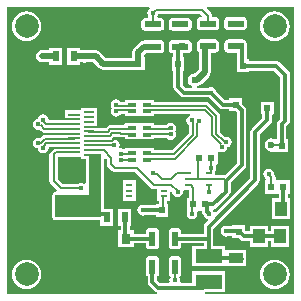
<source format=gbl>
G04*
G04 #@! TF.GenerationSoftware,Altium Limited,Altium Designer,19.1.1 (5)*
G04*
G04 Layer_Physical_Order=2*
G04 Layer_Color=16711680*
%FSLAX25Y25*%
%MOIN*%
G70*
G01*
G75*
%ADD15C,0.01181*%
%ADD16C,0.00787*%
%ADD17C,0.00591*%
%ADD18C,0.01968*%
%ADD19C,0.07874*%
%ADD20C,0.01575*%
%ADD21C,0.02362*%
%ADD22R,0.02205X0.02362*%
%ADD23R,0.02400X0.01000*%
%ADD24R,0.02756X0.01181*%
%ADD25R,0.02200X0.01000*%
%ADD26R,0.02362X0.03543*%
%ADD27R,0.03150X0.03543*%
G04:AMPARAMS|DCode=28|XSize=48.82mil|YSize=21.65mil|CornerRadius=1.52mil|HoleSize=0mil|Usage=FLASHONLY|Rotation=90.000|XOffset=0mil|YOffset=0mil|HoleType=Round|Shape=RoundedRectangle|*
%AMROUNDEDRECTD28*
21,1,0.04882,0.01862,0,0,90.0*
21,1,0.04579,0.02165,0,0,90.0*
1,1,0.00303,0.00931,0.02290*
1,1,0.00303,0.00931,-0.02290*
1,1,0.00303,-0.00931,-0.02290*
1,1,0.00303,-0.00931,0.02290*
%
%ADD28ROUNDEDRECTD28*%
%ADD29R,0.08740X0.04882*%
%ADD30R,0.05000X0.03394*%
%ADD31R,0.02362X0.02205*%
%ADD32R,0.04000X0.05000*%
G04:AMPARAMS|DCode=33|XSize=23.23mil|YSize=53.94mil|CornerRadius=1.74mil|HoleSize=0mil|Usage=FLASHONLY|Rotation=90.000|XOffset=0mil|YOffset=0mil|HoleType=Round|Shape=RoundedRectangle|*
%AMROUNDEDRECTD33*
21,1,0.02323,0.05046,0,0,90.0*
21,1,0.01975,0.05394,0,0,90.0*
1,1,0.00348,0.02523,0.00987*
1,1,0.00348,0.02523,-0.00987*
1,1,0.00348,-0.02523,-0.00987*
1,1,0.00348,-0.02523,0.00987*
%
%ADD33ROUNDEDRECTD33*%
%ADD34R,0.03937X0.00906*%
%ADD35R,0.03346X0.00906*%
%ADD36R,0.05433X0.07087*%
%ADD37R,0.07874X0.06693*%
G36*
X97004Y1421D02*
X67467D01*
X67281Y1921D01*
X67400Y2024D01*
X73909D01*
Y8906D01*
X63169D01*
Y5086D01*
X59363D01*
X59060Y5586D01*
X59164Y6110D01*
X59025Y6807D01*
X58772Y7187D01*
X59103Y7408D01*
X59357Y7789D01*
X59447Y8239D01*
Y12817D01*
X59357Y13267D01*
X59103Y13648D01*
X58722Y13902D01*
X58272Y13992D01*
X56411D01*
X55961Y13902D01*
X55580Y13648D01*
X55326Y13267D01*
X55237Y12817D01*
Y8239D01*
X55326Y7789D01*
X55580Y7408D01*
X55911Y7187D01*
X55658Y6807D01*
X55519Y6110D01*
X55623Y5586D01*
X55320Y5086D01*
X52470D01*
X51483Y6073D01*
Y7315D01*
X51623Y7408D01*
X51877Y7789D01*
X51967Y8239D01*
Y12817D01*
X51877Y13267D01*
X51623Y13648D01*
X51242Y13902D01*
X50792Y13992D01*
X48931D01*
X48481Y13902D01*
X48100Y13648D01*
X47846Y13267D01*
X47756Y12817D01*
Y8239D01*
X47846Y7789D01*
X48100Y7408D01*
X48240Y7315D01*
Y5401D01*
X48363Y4781D01*
X48715Y4255D01*
X50652Y2318D01*
X51178Y1966D01*
X51406Y1921D01*
X51356Y1421D01*
X1421D01*
Y97004D01*
X48840D01*
X48992Y96504D01*
X48611Y96249D01*
X48216Y95658D01*
X48077Y94961D01*
X48216Y94263D01*
X48402Y93984D01*
X48225Y93484D01*
X47379D01*
X46921Y93392D01*
X46532Y93133D01*
X46273Y92744D01*
X46182Y92286D01*
Y90312D01*
X46273Y89854D01*
X46532Y89465D01*
X46921Y89206D01*
X47379Y89115D01*
X52424D01*
X52882Y89206D01*
X53271Y89465D01*
X53530Y89854D01*
X53622Y90312D01*
Y92286D01*
X53530Y92744D01*
X53271Y93133D01*
X52882Y93392D01*
X52424Y93484D01*
X51573D01*
X51396Y93984D01*
X51583Y94263D01*
X51674Y94720D01*
X65732D01*
X66309Y94142D01*
X66117Y93680D01*
X65765D01*
X65306Y93589D01*
X64918Y93330D01*
X64658Y92941D01*
X64567Y92483D01*
Y90509D01*
X64658Y90051D01*
X64918Y89662D01*
X65306Y89403D01*
X65765Y89311D01*
X70810D01*
X71268Y89403D01*
X71657Y89662D01*
X71916Y90051D01*
X72007Y90509D01*
Y92483D01*
X71916Y92941D01*
X71657Y93330D01*
X71268Y93589D01*
X70810Y93680D01*
X69708D01*
Y94173D01*
X69600Y94717D01*
X69292Y95178D01*
X67928Y96542D01*
X68119Y97004D01*
X97004D01*
Y1421D01*
D02*
G37*
%LPC*%
G36*
X80062Y93680D02*
X75017D01*
X74559Y93589D01*
X74170Y93330D01*
X73910Y92941D01*
X73819Y92483D01*
Y90509D01*
X73910Y90051D01*
X74170Y89662D01*
X74559Y89403D01*
X75017Y89311D01*
X80062D01*
X80520Y89403D01*
X80909Y89662D01*
X81168Y90051D01*
X81259Y90509D01*
Y92483D01*
X81168Y92941D01*
X80909Y93330D01*
X80520Y93589D01*
X80062Y93680D01*
D02*
G37*
G36*
X61676Y93484D02*
X56631D01*
X56173Y93392D01*
X55784Y93133D01*
X55525Y92744D01*
X55434Y92286D01*
Y90312D01*
X55525Y89854D01*
X55784Y89465D01*
X56173Y89206D01*
X56631Y89115D01*
X61676D01*
X62134Y89206D01*
X62523Y89465D01*
X62782Y89854D01*
X62874Y90312D01*
Y92286D01*
X62782Y92744D01*
X62523Y93133D01*
X62134Y93392D01*
X61676Y93484D01*
D02*
G37*
G36*
X90551Y95531D02*
X89262Y95361D01*
X88061Y94864D01*
X87030Y94072D01*
X86239Y93041D01*
X85741Y91840D01*
X85572Y90551D01*
X85741Y89262D01*
X86239Y88061D01*
X87030Y87030D01*
X88061Y86239D01*
X89262Y85741D01*
X90551Y85572D01*
X91840Y85741D01*
X93041Y86239D01*
X94072Y87030D01*
X94864Y88061D01*
X95361Y89262D01*
X95531Y90551D01*
X95361Y91840D01*
X94864Y93041D01*
X94072Y94072D01*
X93041Y94864D01*
X91840Y95361D01*
X90551Y95531D01*
D02*
G37*
G36*
X7874D02*
X6585Y95361D01*
X5384Y94864D01*
X4353Y94072D01*
X3562Y93041D01*
X3064Y91840D01*
X2894Y90551D01*
X3064Y89262D01*
X3562Y88061D01*
X4353Y87030D01*
X5384Y86239D01*
X6585Y85741D01*
X7874Y85572D01*
X9163Y85741D01*
X10364Y86239D01*
X11395Y87030D01*
X12186Y88061D01*
X12684Y89262D01*
X12854Y90551D01*
X12684Y91840D01*
X12186Y93041D01*
X11395Y94072D01*
X10364Y94864D01*
X9163Y95361D01*
X7874Y95531D01*
D02*
G37*
G36*
X52424Y86004D02*
X47379D01*
X46921Y85912D01*
X46721Y85779D01*
X46264Y85688D01*
X45608Y85250D01*
X43664Y83306D01*
X43225Y82650D01*
X43071Y81875D01*
Y80291D01*
X42992D01*
Y80133D01*
X34346D01*
X32431Y82049D01*
X31774Y82487D01*
X31000Y82641D01*
X30852Y82612D01*
X28217D01*
X28170Y82643D01*
X27319Y82812D01*
X26468Y82643D01*
X26421Y82612D01*
X25819D01*
Y83331D01*
X21457D01*
Y77787D01*
X25819D01*
Y78566D01*
X26421D01*
X26468Y78534D01*
X27319Y78365D01*
X28170Y78534D01*
X28217Y78566D01*
X30191D01*
X32077Y76680D01*
X32734Y76241D01*
X33508Y76087D01*
X42992D01*
Y75929D01*
X47197D01*
Y80291D01*
X47118D01*
Y81037D01*
X47715Y81635D01*
X52424D01*
X52882Y81726D01*
X53271Y81985D01*
X53530Y82374D01*
X53622Y82832D01*
Y84806D01*
X53530Y85264D01*
X53271Y85653D01*
X52882Y85912D01*
X52424Y86004D01*
D02*
G37*
G36*
X19819Y83331D02*
X15457D01*
Y82700D01*
X13000D01*
X12226Y82546D01*
X11569Y82108D01*
X11131Y81451D01*
X10977Y80677D01*
X11131Y79903D01*
X11569Y79247D01*
X12226Y78808D01*
X13000Y78654D01*
X15457D01*
Y77787D01*
X19819D01*
Y83331D01*
D02*
G37*
G36*
X70810Y86200D02*
X65765D01*
X65306Y86109D01*
X64918Y85850D01*
X64658Y85461D01*
X64567Y85003D01*
Y83029D01*
X64658Y82570D01*
X64918Y82182D01*
X65306Y81923D01*
X65394Y81905D01*
Y79661D01*
X65197D01*
Y76030D01*
X64065Y74898D01*
X63874Y74936D01*
X63023Y74767D01*
X62301Y74285D01*
X61819Y73564D01*
X61650Y72713D01*
X61819Y71862D01*
X62301Y71140D01*
X63023Y70658D01*
X63108Y70641D01*
X63059Y70141D01*
X60970D01*
X60031Y71080D01*
Y75850D01*
X60512D01*
Y80213D01*
X60031D01*
Y81635D01*
X61676D01*
X62134Y81726D01*
X62523Y81985D01*
X62782Y82374D01*
X62874Y82832D01*
Y84806D01*
X62782Y85264D01*
X62523Y85653D01*
X62134Y85912D01*
X61676Y86004D01*
X60953D01*
X60457Y86102D01*
X59154D01*
X58657Y86004D01*
X56631D01*
X56173Y85912D01*
X55784Y85653D01*
X55525Y85264D01*
X55434Y84806D01*
Y82832D01*
X55525Y82374D01*
X55784Y81985D01*
X56173Y81726D01*
X56631Y81635D01*
X56788D01*
Y80213D01*
X56307D01*
Y75850D01*
X56788D01*
Y70409D01*
X56911Y69788D01*
X57263Y69262D01*
X59152Y67373D01*
X59678Y67021D01*
X60299Y66898D01*
X68666D01*
X68759Y66836D01*
X68868Y66814D01*
X72309Y63373D01*
X72835Y63021D01*
X73456Y62898D01*
X75421D01*
Y62417D01*
X77411D01*
X77926Y61903D01*
Y45038D01*
X73922Y41035D01*
X73743Y41070D01*
X70739D01*
Y41587D01*
X70766Y41724D01*
Y42361D01*
X71029Y42754D01*
X71168Y43451D01*
X71043Y44079D01*
X71114Y44265D01*
X71343Y44579D01*
X71602D01*
Y48588D01*
X71602Y48647D01*
X71647Y48671D01*
X72102Y48914D01*
X72272Y48801D01*
X72969Y48662D01*
X73666Y48801D01*
X74257Y49196D01*
X74653Y49787D01*
X74743Y50242D01*
X75197Y50332D01*
X75789Y50727D01*
X76184Y51318D01*
X76322Y52016D01*
X76184Y52713D01*
X75789Y53304D01*
X75197Y53699D01*
X74500Y53838D01*
X74073Y53753D01*
X72438Y55389D01*
Y60824D01*
X72337Y61329D01*
X72051Y61757D01*
X68768Y65040D01*
X68340Y65326D01*
X67834Y65427D01*
X50796D01*
X50796Y65427D01*
X50339D01*
Y66091D01*
X45917D01*
X45583Y66091D01*
X45083Y66091D01*
X40661D01*
Y65427D01*
X39281D01*
X39040Y65788D01*
X38448Y66184D01*
X37751Y66322D01*
X37053Y66184D01*
X36462Y65788D01*
X36067Y65197D01*
X35928Y64500D01*
X36067Y63802D01*
X36325Y63417D01*
X36067Y63032D01*
X35928Y62334D01*
X36067Y61637D01*
X36462Y61046D01*
X37053Y60651D01*
X37751Y60512D01*
X38448Y60651D01*
X39040Y61046D01*
X39281Y61408D01*
X40661D01*
Y60744D01*
X45083D01*
X45417Y60744D01*
X45917Y60744D01*
X50339D01*
Y61408D01*
X62229D01*
X62279Y60908D01*
X62263Y60904D01*
X61672Y60509D01*
X61277Y59918D01*
X61138Y59221D01*
X61277Y58523D01*
X61672Y57932D01*
X62132Y57625D01*
Y54987D01*
X56370Y49226D01*
X50796D01*
X50796Y49226D01*
X50339D01*
Y49890D01*
X45917D01*
X45583Y49890D01*
X45083Y49890D01*
X40661D01*
Y49890D01*
X40307Y49701D01*
X40126Y49821D01*
X39429Y49960D01*
X39191Y49913D01*
X39053Y50025D01*
X38825Y50350D01*
X38940Y50926D01*
X38801Y51623D01*
X38406Y52215D01*
X37815Y52610D01*
X37117Y52748D01*
X36585Y52642D01*
X36381Y52693D01*
X36256Y52958D01*
X36396Y53160D01*
X36468Y53208D01*
X36918Y53658D01*
X38961D01*
X38996Y53634D01*
X39502Y53534D01*
X40661D01*
Y52870D01*
X45083D01*
X45417Y52870D01*
X45917Y52870D01*
X50339D01*
Y53335D01*
X54027D01*
X54405Y53410D01*
X54476D01*
X54585Y53247D01*
X55177Y52852D01*
X55874Y52713D01*
X56571Y52852D01*
X57163Y53247D01*
X57558Y53838D01*
X57696Y54536D01*
X57558Y55233D01*
X57300Y55618D01*
X57558Y56003D01*
X57696Y56701D01*
X57558Y57398D01*
X57163Y57990D01*
X56571Y58385D01*
X55874Y58523D01*
X55177Y58385D01*
X54585Y57990D01*
X54476Y57827D01*
X53450D01*
X53073Y57752D01*
X50339D01*
Y58217D01*
X45917D01*
X45583Y58217D01*
X45083Y58217D01*
X40661D01*
Y58006D01*
X40652Y57987D01*
X40161Y57635D01*
X39948Y57677D01*
X35800D01*
X35295Y57576D01*
X34866Y57290D01*
X34417Y56840D01*
X31752D01*
X31752Y56840D01*
X31357D01*
X31295Y57315D01*
X31295Y57315D01*
X31295Y57315D01*
Y58890D01*
Y63371D01*
X25949D01*
Y62583D01*
X20831D01*
Y59677D01*
X20831Y59677D01*
X20767Y59203D01*
X20246D01*
X20246Y59203D01*
X15363D01*
X15201Y59401D01*
X15062Y60099D01*
X14667Y60690D01*
X14076Y61085D01*
X13378Y61224D01*
X12681Y61085D01*
X12090Y60690D01*
X11694Y60099D01*
X11604Y59644D01*
X11150Y59554D01*
X10559Y59159D01*
X10163Y58568D01*
X10025Y57870D01*
X10163Y57173D01*
X10559Y56581D01*
X11150Y56186D01*
X11847Y56048D01*
X12274Y56133D01*
X12836Y55570D01*
X13264Y55284D01*
X13770Y55184D01*
X20409D01*
X20620Y54831D01*
X20409Y54478D01*
X20246D01*
X20246Y54478D01*
X13923D01*
X13418Y54377D01*
X12989Y54091D01*
X12274Y53375D01*
X11847Y53460D01*
X11150Y53321D01*
X10559Y52926D01*
X10163Y52335D01*
X10025Y51638D01*
X10163Y50940D01*
X10559Y50349D01*
X11150Y49954D01*
X11604Y49864D01*
X11694Y49409D01*
X12090Y48818D01*
X12681Y48423D01*
X13378Y48284D01*
X14076Y48423D01*
X14667Y48818D01*
X15062Y49409D01*
X15201Y50107D01*
X15489Y50459D01*
X20293D01*
X20295Y50453D01*
X19930Y49953D01*
X17592D01*
X17048Y49845D01*
X16587Y49536D01*
X15918Y48867D01*
X15610Y48406D01*
X15502Y47863D01*
Y38943D01*
X15610Y38399D01*
X15918Y37938D01*
X17943Y35913D01*
X17736Y35413D01*
X17500D01*
X17110Y35336D01*
X16779Y35115D01*
X16558Y34784D01*
X16480Y34394D01*
Y26937D01*
X16558Y26547D01*
X16779Y26216D01*
X17110Y25995D01*
X17500Y25917D01*
X32419D01*
Y24165D01*
X36781D01*
Y29709D01*
X34166D01*
X34010Y29740D01*
X33855D01*
Y46415D01*
X34317Y46607D01*
X34681Y46242D01*
Y44734D01*
X34789Y44190D01*
X35098Y43729D01*
X36418Y42409D01*
X36879Y42101D01*
X37422Y41993D01*
X44065D01*
X49232Y36826D01*
X49693Y36518D01*
X50236Y36410D01*
X51502D01*
Y32394D01*
X51880D01*
Y31480D01*
X50898D01*
Y30921D01*
X47373D01*
X47280Y30983D01*
X46583Y31122D01*
X45886Y30983D01*
X45294Y30588D01*
X44899Y29997D01*
X44761Y29299D01*
X44899Y28602D01*
X45294Y28011D01*
X45886Y27615D01*
X46583Y27477D01*
X47280Y27615D01*
X47373Y27678D01*
X50898D01*
Y27118D01*
X55102D01*
Y31480D01*
X54722D01*
Y32394D01*
X55702D01*
Y35213D01*
X55729Y35251D01*
X56202Y35487D01*
X56408Y35351D01*
X56513Y34822D01*
X56908Y34231D01*
X57499Y33836D01*
X58197Y33697D01*
X58894Y33836D01*
X59486Y34231D01*
X59881Y34822D01*
X60019Y35520D01*
X59965Y35794D01*
X60282Y36181D01*
X62029D01*
X62079Y36131D01*
Y33480D01*
X61398D01*
Y29118D01*
X61398Y29118D01*
X61322Y28649D01*
X61217Y28118D01*
X61355Y27421D01*
X61750Y26829D01*
X62342Y26434D01*
X63039Y26296D01*
X63736Y26434D01*
X64328Y26829D01*
X64723Y27421D01*
X64861Y28118D01*
X64762Y28618D01*
X65035Y29052D01*
X65122Y29118D01*
X66390D01*
Y28843D01*
X66514Y28222D01*
X66865Y27696D01*
X66898Y27663D01*
X66946Y27421D01*
X67341Y26829D01*
X67932Y26434D01*
X68201Y26381D01*
X68365Y25839D01*
X67392Y24866D01*
X67041Y24339D01*
X66917Y23719D01*
Y21480D01*
X59447D01*
Y22147D01*
X59357Y22597D01*
X59103Y22978D01*
X58722Y23232D01*
X58272Y23322D01*
X56411D01*
X55961Y23232D01*
X55580Y22978D01*
X55326Y22597D01*
X55237Y22147D01*
Y17569D01*
X55326Y17119D01*
X55580Y16738D01*
X55961Y16484D01*
X56411Y16394D01*
X58272D01*
X58722Y16484D01*
X59103Y16738D01*
X59357Y17119D01*
X59447Y17569D01*
Y18236D01*
X66917D01*
Y17488D01*
X63169D01*
Y10606D01*
X73909D01*
Y10606D01*
X74181Y10799D01*
X81181D01*
Y16193D01*
X74181D01*
X73909Y16580D01*
Y17488D01*
X70161D01*
Y19949D01*
Y23047D01*
X85170Y38057D01*
X85522Y38583D01*
X85645Y39203D01*
Y54533D01*
X89272Y58160D01*
X89623Y58686D01*
X89747Y59306D01*
Y60572D01*
X89809Y60664D01*
X89938Y61315D01*
X90306D01*
Y65519D01*
X85944D01*
Y61315D01*
X86312D01*
X86441Y60664D01*
X86503Y60572D01*
Y59978D01*
X82877Y56352D01*
X82525Y55826D01*
X82402Y55205D01*
Y39875D01*
X70910Y28383D01*
X70367Y28547D01*
X70314Y28815D01*
X70072Y29177D01*
X70073Y29265D01*
X70284Y29718D01*
X70699Y29801D01*
X71226Y30152D01*
X75434Y34361D01*
X75785Y34887D01*
X75909Y35507D01*
Y38434D01*
X80694Y43220D01*
X81046Y43746D01*
X81169Y44366D01*
Y62574D01*
X81046Y63195D01*
X80694Y63721D01*
X79783Y64632D01*
Y66622D01*
X75421D01*
Y66141D01*
X74128D01*
X71162Y69107D01*
X71140Y69217D01*
X70745Y69808D01*
X70153Y70203D01*
X69456Y70342D01*
X68759Y70203D01*
X68666Y70141D01*
X64689D01*
X64640Y70641D01*
X64725Y70658D01*
X64914Y70784D01*
X65590Y70919D01*
X66246Y71357D01*
X68730Y73841D01*
X69168Y74497D01*
X69322Y75272D01*
Y75299D01*
X69402D01*
Y77403D01*
X69440Y77598D01*
Y81831D01*
X70810D01*
X71268Y81923D01*
X71657Y82182D01*
X71916Y82570D01*
X72007Y83029D01*
Y85003D01*
X71916Y85461D01*
X71657Y85850D01*
X71268Y86109D01*
X70810Y86200D01*
D02*
G37*
G36*
X80062D02*
X75017D01*
X74559Y86109D01*
X74170Y85850D01*
X73910Y85461D01*
X73819Y85003D01*
Y83029D01*
X73910Y82570D01*
X74170Y82182D01*
X74559Y81923D01*
X75017Y81831D01*
X78024D01*
Y79661D01*
X77976D01*
Y75299D01*
X82181D01*
Y75859D01*
X90360D01*
X92457Y73761D01*
Y59833D01*
X91751Y59127D01*
X91399Y58601D01*
X91276Y57981D01*
Y52863D01*
X90758D01*
X90347Y53137D01*
X89496Y53307D01*
X88645Y53137D01*
X87923Y52655D01*
X87441Y51934D01*
X87272Y51083D01*
X87441Y50232D01*
X87923Y49510D01*
X88645Y49028D01*
X89496Y48859D01*
X90216Y49002D01*
X90716Y48720D01*
Y48658D01*
X95079D01*
Y52863D01*
X94519D01*
Y57309D01*
X95226Y58015D01*
X95577Y58541D01*
X95701Y59162D01*
Y74433D01*
X95577Y75054D01*
X95226Y75580D01*
X92178Y78627D01*
X91652Y78979D01*
X91031Y79102D01*
X82181D01*
Y79661D01*
X81268D01*
Y83445D01*
X81259Y83486D01*
Y85003D01*
X81168Y85461D01*
X80909Y85850D01*
X80520Y86109D01*
X80062Y86200D01*
D02*
G37*
G36*
X44294Y39331D02*
X40094D01*
Y36331D01*
Y32394D01*
X44294D01*
Y36331D01*
Y39331D01*
D02*
G37*
G36*
X88570Y43169D02*
X87873Y43031D01*
X87282Y42635D01*
X86887Y42044D01*
X86748Y41347D01*
X86887Y40649D01*
X87282Y40058D01*
X87787Y39720D01*
X87741Y39318D01*
X87704Y39220D01*
X87393D01*
Y34858D01*
X91874D01*
Y33255D01*
X89550D01*
Y26255D01*
X95550D01*
Y33255D01*
X95117D01*
Y34858D01*
X95598D01*
Y39220D01*
X90917D01*
Y40208D01*
X90809Y40752D01*
X90500Y41213D01*
X90388Y41325D01*
X90393Y41347D01*
X90254Y42044D01*
X89859Y42635D01*
X89268Y43031D01*
X88570Y43169D01*
D02*
G37*
G36*
X80843Y24284D02*
X76480D01*
Y23885D01*
X75316D01*
X75111Y24022D01*
X74413Y24161D01*
X73716Y24022D01*
X73125Y23627D01*
X72730Y23036D01*
X72591Y22338D01*
X72730Y21641D01*
X73125Y21050D01*
X73716Y20655D01*
X74413Y20516D01*
X75044Y20641D01*
X76480D01*
Y20079D01*
X78573D01*
X79199Y19452D01*
X79726Y19100D01*
X80346Y18977D01*
X82237D01*
Y17099D01*
X88238D01*
Y18977D01*
X89519D01*
Y17130D01*
X95519D01*
Y24130D01*
X89519D01*
Y22220D01*
X88238D01*
Y24099D01*
X82237D01*
Y22220D01*
X81018D01*
X80843Y22396D01*
Y24284D01*
D02*
G37*
G36*
X42781Y29709D02*
X38419D01*
Y24165D01*
X39202D01*
Y22630D01*
X38471D01*
Y17086D01*
X43621D01*
Y18236D01*
X47756D01*
Y17569D01*
X47846Y17119D01*
X48100Y16738D01*
X48481Y16484D01*
X48931Y16394D01*
X50792D01*
X51242Y16484D01*
X51623Y16738D01*
X51877Y17119D01*
X51967Y17569D01*
Y22147D01*
X51877Y22597D01*
X51623Y22978D01*
X51242Y23232D01*
X50792Y23322D01*
X48931D01*
X48481Y23232D01*
X48100Y22978D01*
X47846Y22597D01*
X47756Y22147D01*
Y21480D01*
X43621D01*
Y22630D01*
X42445D01*
Y24165D01*
X42781D01*
Y29709D01*
D02*
G37*
G36*
X90551Y12854D02*
X89262Y12684D01*
X88061Y12186D01*
X87030Y11395D01*
X86239Y10364D01*
X85741Y9163D01*
X85572Y7874D01*
X85741Y6585D01*
X86239Y5384D01*
X87030Y4353D01*
X88061Y3562D01*
X89262Y3064D01*
X90551Y2894D01*
X91840Y3064D01*
X93041Y3562D01*
X94072Y4353D01*
X94864Y5384D01*
X95361Y6585D01*
X95531Y7874D01*
X95361Y9163D01*
X94864Y10364D01*
X94072Y11395D01*
X93041Y12186D01*
X91840Y12684D01*
X90551Y12854D01*
D02*
G37*
G36*
X7874D02*
X6585Y12684D01*
X5384Y12186D01*
X4353Y11395D01*
X3562Y10364D01*
X3064Y9163D01*
X2894Y7874D01*
X3064Y6585D01*
X3562Y5384D01*
X4353Y4353D01*
X5384Y3562D01*
X6585Y3064D01*
X7874Y2894D01*
X9163Y3064D01*
X10364Y3562D01*
X11395Y4353D01*
X12186Y5384D01*
X12684Y6585D01*
X12854Y7874D01*
X12684Y9163D01*
X12186Y10364D01*
X11395Y11395D01*
X10364Y12186D01*
X9163Y12684D01*
X7874Y12854D01*
D02*
G37*
%LPD*%
G36*
X20831Y47079D02*
X25949D01*
Y46291D01*
X27602D01*
Y38415D01*
X27102Y38148D01*
X26808Y38345D01*
X26110Y38484D01*
X25413Y38345D01*
X25020Y38082D01*
X19793D01*
X18344Y39532D01*
Y47111D01*
X20831D01*
Y47079D01*
D02*
G37*
G36*
X32835Y26937D02*
X17500D01*
Y34394D01*
X28622D01*
Y47866D01*
X31295D01*
Y47898D01*
X32835D01*
Y26937D01*
D02*
G37*
D15*
X78661Y22284D02*
X80346Y20599D01*
X59154Y84481D02*
X60457D01*
X57342Y19858D02*
X68448D01*
X68539Y19949D01*
X77618Y13068D02*
X79548D01*
X92898Y50760D02*
Y57981D01*
X91031Y77480D02*
X94079Y74433D01*
X92898Y57981D02*
X94079Y59162D01*
Y74433D01*
X80079Y77480D02*
X91031D01*
X78193Y63929D02*
X79548Y62574D01*
Y44366D02*
Y62574D01*
X74287Y39106D02*
X79548Y44366D01*
X68539Y14047D02*
X69090Y13496D01*
X77681D01*
X77539Y84016D02*
X79075D01*
X79646Y83445D01*
Y77913D02*
Y83445D01*
Y77913D02*
X80079Y77480D01*
X60299Y68520D02*
X69456D01*
X58410Y70409D02*
X60299Y68520D01*
X58410Y70409D02*
Y78031D01*
Y83248D01*
X58980Y83819D01*
X59154D01*
X46583Y29299D02*
X53000D01*
X27669Y28709D02*
X27989D01*
X28579Y28118D01*
X34010D01*
X34600Y27528D01*
Y26937D02*
Y27528D01*
X68539Y19949D02*
Y23719D01*
Y14047D02*
Y19949D01*
X66539Y3465D02*
X68539Y5465D01*
X51798Y3465D02*
X66539D01*
X49862Y5401D02*
X51798Y3465D01*
X49862Y5401D02*
Y10528D01*
X49370Y19858D02*
X49862Y19366D01*
X40823Y19725D02*
Y26714D01*
X49862Y19232D02*
Y19366D01*
X41046Y19858D02*
X49370D01*
X40381Y19283D02*
X40823Y19725D01*
Y19416D02*
Y19725D01*
Y19416D02*
X40956Y19283D01*
X40600Y26937D02*
X40823Y26714D01*
X67500Y31299D02*
X70079D01*
X80346Y20599D02*
X85237D01*
X74287Y35507D02*
Y39106D01*
X70079Y31299D02*
X74287Y35507D01*
X93496Y30701D02*
Y37039D01*
X92550Y29755D02*
X93496Y30701D01*
X85237Y20599D02*
X92488D01*
X84024Y39203D02*
Y55205D01*
X68539Y23719D02*
X84024Y39203D01*
X92394Y29911D02*
X92550Y29755D01*
X92488Y20599D02*
X92519Y20630D01*
X74413Y22338D02*
X74489Y22263D01*
X78579D01*
X78661Y22181D01*
X68630Y28118D02*
Y28225D01*
X68012Y28843D02*
X68630Y28225D01*
X68012Y28843D02*
Y30787D01*
X67500Y31299D02*
X68012Y30787D01*
X88125Y61362D02*
Y63417D01*
Y59306D02*
Y61362D01*
X84024Y55205D02*
X88125Y59306D01*
X27669Y28709D02*
X27895Y28935D01*
X78193Y63929D02*
Y64008D01*
X77681Y64520D02*
X78193Y64008D01*
X77602Y64520D02*
X77681D01*
X69456Y68520D02*
X73456Y64520D01*
X77602D01*
X60457Y84481D02*
X61028Y83910D01*
D16*
X36102Y44734D02*
Y46830D01*
X33614Y49319D02*
X36102Y46830D01*
X28622Y49319D02*
X33614D01*
X28622Y50894D02*
X37085D01*
X37117Y50926D01*
X89496Y51083D02*
X89657Y50921D01*
X92736D01*
X92898Y50760D01*
X68287Y91496D02*
Y94173D01*
X66320Y96141D02*
X68287Y94173D01*
X50866Y96141D02*
X66320D01*
X49899Y95174D02*
X50866Y96141D01*
X49899Y94961D02*
Y95174D01*
X49902Y91961D02*
X50563Y91299D01*
X49899Y91301D02*
X49902Y91299D01*
X49899Y91301D02*
Y94961D01*
X49902Y91299D02*
X50563D01*
X88570Y41134D02*
Y41347D01*
Y41134D02*
X89496Y40208D01*
Y37039D02*
Y40208D01*
X37751Y62334D02*
X38046Y62630D01*
X28622Y54044D02*
X28622Y54043D01*
X55723Y54686D02*
X55874Y54536D01*
X55167Y54686D02*
X55723D01*
X55022Y54831D02*
X55167Y54686D01*
X54102Y54831D02*
X55022D01*
X54027Y54756D02*
X54102Y54831D01*
X49406Y54756D02*
X54027D01*
X55723Y56550D02*
X55874Y56701D01*
X55167Y56550D02*
X55723D01*
X55022Y56406D02*
X55167Y56550D01*
X53450Y56406D02*
X55022D01*
X53375Y56331D02*
X53450Y56406D01*
X49406Y56331D02*
X53375D01*
X49308Y54657D02*
X49406Y54756D01*
X48158Y54657D02*
X49308D01*
X47961Y54460D02*
X48158Y54657D01*
X49308Y56429D02*
X49406Y56331D01*
X48158Y56429D02*
X49308D01*
X47961Y56626D02*
X48158Y56429D01*
X41939Y47987D02*
X42252Y48299D01*
X43039D01*
X39580Y47987D02*
X41939D01*
X39429Y48138D02*
X39580Y47987D01*
X40146Y46133D02*
X43039D01*
X53602Y39799D02*
X56178D01*
X53002D02*
X53602D01*
X19205Y36661D02*
X26110D01*
X16923Y38943D02*
X19205Y36661D01*
X16923Y38943D02*
Y47863D01*
X17592Y48532D01*
X49899Y41543D02*
X50050Y41393D01*
X51408D01*
X53002Y39799D01*
X17592Y48532D02*
X23799D01*
X57342Y6110D02*
Y10528D01*
X62539Y37681D02*
X63500Y36720D01*
Y31299D02*
Y36720D01*
X63039Y28118D02*
X63190Y28269D01*
Y30989D01*
X63500Y31299D01*
X69345Y43451D02*
Y46606D01*
Y41724D02*
Y43451D01*
X53000Y29299D02*
X53301Y29600D01*
Y33787D01*
X53407Y33894D01*
X53602D01*
X50236Y37831D02*
X53602D01*
X44653Y43414D02*
X50236Y37831D01*
X37422Y43414D02*
X44653D01*
X36102Y44734D02*
X37422Y43414D01*
X68539Y35374D02*
X68630Y35283D01*
X68539Y35374D02*
Y37681D01*
X58197Y35520D02*
Y35736D01*
X56103Y37831D02*
X58197Y35736D01*
X53602Y37831D02*
X56103D01*
X61839Y37681D02*
X62539D01*
X58102Y41724D02*
X61733D01*
X61839Y41618D01*
X56178Y39799D02*
X58102Y41724D01*
X69345Y46606D02*
X69500Y46760D01*
X69239Y41618D02*
X69345Y41724D01*
X68539Y41618D02*
X69239D01*
X65189Y39649D02*
X68539D01*
X61839D02*
X65189D01*
Y46449D01*
X65500Y46760D01*
X73743Y39649D02*
X74287Y39106D01*
X68539Y39649D02*
X73743D01*
D17*
X31675Y57193D02*
X33772Y59289D01*
X28622Y57193D02*
X31675D01*
X40751Y51638D02*
X56741D01*
X38926Y53463D02*
X40751Y51638D01*
X37434Y53463D02*
X38926D01*
X36439Y52469D02*
X37434Y53463D01*
X28622Y52469D02*
X36439D01*
X10413Y43414D02*
X17107Y50107D01*
X23799D01*
X9823Y43414D02*
X10413D01*
X9055Y54831D02*
X23799D01*
X17325Y61583D02*
Y64569D01*
X17488Y64733D01*
X17325Y61583D02*
X19353Y59555D01*
X23799D01*
X42744Y64205D02*
X43039Y64500D01*
X42744Y62629D02*
X43039Y62334D01*
X23700Y56504D02*
X23799Y56406D01*
X20817Y56504D02*
X23700D01*
X20817Y56504D02*
X20817Y56504D01*
X13770Y56504D02*
X20817D01*
X12592Y57682D02*
X13770Y56504D01*
X23700Y57882D02*
X23799Y57981D01*
X20246Y57882D02*
X23700D01*
X20246Y57882D02*
X20246Y57882D01*
X14341Y57882D02*
X20246D01*
X13567Y58656D02*
X14341Y57882D01*
X41709Y62629D02*
X42744D01*
X41610Y62728D02*
X41709Y62629D01*
X38411Y62728D02*
X41610D01*
X38017Y62334D02*
X38411Y62728D01*
X37751Y62334D02*
X38017D01*
X41709Y64205D02*
X42744D01*
X41610Y64106D02*
X41709Y64205D01*
X38411Y64106D02*
X41610D01*
X38017Y64500D02*
X38411Y64106D01*
X37751Y64500D02*
X38017D01*
X42744Y54755D02*
X43039Y54460D01*
X28622Y54044D02*
X28720Y54142D01*
X41709Y54755D02*
X42744D01*
X41610Y54854D02*
X41709Y54755D01*
X39502Y54854D02*
X41610D01*
X39377Y54978D02*
X39502Y54854D01*
X36371Y54978D02*
X39377D01*
X42744Y56331D02*
X42842Y56429D01*
X41709Y56331D02*
X42744D01*
X41610Y56232D02*
X41709Y56331D01*
X40072Y56232D02*
X41610D01*
X39948Y56356D02*
X40072Y56232D01*
X35800Y56356D02*
X39948D01*
X34964Y55520D02*
X35800Y56356D01*
X35535Y54142D02*
X36371Y54978D01*
X31181Y54142D02*
X35535D01*
X31752Y55520D02*
X34964D01*
X31181Y54142D02*
X31181Y54142D01*
X28720Y54142D02*
X31181D01*
X31752Y55520D02*
X31752Y55520D01*
X28720Y55520D02*
X31752D01*
X28622Y55618D02*
X28720Y55520D01*
X71117Y54842D02*
Y60824D01*
Y54842D02*
X73755Y52204D01*
X49291Y64205D02*
X49390Y64106D01*
X50796D01*
X47961Y64500D02*
X48256Y64205D01*
X49291D01*
X50796Y64106D02*
X67834D01*
X71117Y60824D01*
X50796Y64106D02*
X50796Y64106D01*
X69739Y54271D02*
X72781Y51230D01*
X50225Y62728D02*
X50225Y62728D01*
X49390Y62728D02*
X50225D01*
X50225Y62728D02*
X67264D01*
X49291Y62629D02*
X49390Y62728D01*
X48256Y62629D02*
X49291D01*
X67264Y62728D02*
X69739Y60253D01*
Y54271D02*
Y60253D01*
X47961Y62334D02*
X48256Y62629D01*
X23700Y53157D02*
X23799Y53256D01*
X23700Y51779D02*
X23799Y51681D01*
X14494Y51779D02*
X20817D01*
X13567Y50852D02*
X14494Y51779D01*
X13567Y50295D02*
Y50852D01*
X13378Y50107D02*
X13567Y50295D01*
X12592Y51826D02*
X13923Y53157D01*
X12035Y51826D02*
X12592D01*
X11847Y51638D02*
X12035Y51826D01*
X13923Y53157D02*
X20246D01*
X20817Y51779D02*
X23700D01*
X20817Y51779D02*
X20817Y51779D01*
X20246Y53157D02*
X23700D01*
X20246Y53157D02*
X20246Y53157D01*
X64830Y53869D02*
Y58265D01*
X57488Y46527D02*
X64830Y53869D01*
X63452Y54440D02*
Y58463D01*
X56917Y47905D02*
X63452Y54440D01*
X50796Y47905D02*
X56917D01*
X50225Y46527D02*
X57488D01*
X65322Y58757D02*
Y59023D01*
X64830Y58265D02*
X65322Y58757D01*
X62961Y58954D02*
X63452Y58463D01*
X62961Y58954D02*
Y59221D01*
X50225Y46527D02*
X50225Y46527D01*
X49390Y46527D02*
X50225D01*
X49291Y46428D02*
X49390Y46527D01*
X48256Y46428D02*
X49291D01*
X47961Y46133D02*
X48256Y46428D01*
X50796Y47905D02*
X50796Y47905D01*
X49390Y47905D02*
X50796D01*
X49291Y48004D02*
X49390Y47905D01*
X48256Y48004D02*
X49291D01*
X47961Y48299D02*
X48256Y48004D01*
D18*
X67595Y84016D02*
X68287D01*
X67417Y83839D02*
X67595Y84016D01*
X67417Y77598D02*
Y83839D01*
X67299Y77480D02*
X67417Y77598D01*
X47038Y83819D02*
X49902D01*
X45094Y81875D02*
X47038Y83819D01*
X45094Y78110D02*
Y81875D01*
X31000Y80618D02*
X33508Y78110D01*
X45094D01*
X13000Y80677D02*
X17520D01*
X17638Y80559D01*
X64815Y72788D02*
X67299Y75272D01*
X63949Y72788D02*
X64815D01*
X67299Y75272D02*
Y77480D01*
X27319Y80589D02*
X30970D01*
X23667D02*
X27319D01*
X63874Y72713D02*
X63949Y72788D01*
X30970Y80589D02*
X31000Y80618D01*
X23638Y80559D02*
X23667Y80589D01*
D19*
X90551Y7874D02*
D03*
Y90551D02*
D03*
X7874Y7874D02*
D03*
Y90551D02*
D03*
D20*
X45500Y24099D02*
D03*
X24045Y70689D02*
D03*
X17488D02*
D03*
X10025D02*
D03*
X44257Y69102D02*
D03*
X49575D02*
D03*
X80652Y74285D02*
D03*
X75111D02*
D03*
X63023Y23412D02*
D03*
X78784Y38943D02*
D03*
X80346Y30118D02*
D03*
X82877Y8906D02*
D03*
Y4319D02*
D03*
X6535Y18294D02*
D03*
Y23412D02*
D03*
Y28568D02*
D03*
X33795Y11396D02*
D03*
X38913D02*
D03*
X44069D02*
D03*
X17917Y10758D02*
D03*
X23035D02*
D03*
X28191D02*
D03*
X33983Y5984D02*
D03*
X39101D02*
D03*
X44257D02*
D03*
X17943D02*
D03*
X23061D02*
D03*
X28217D02*
D03*
X17943Y88917D02*
D03*
X23061D02*
D03*
X28217D02*
D03*
Y92657D02*
D03*
X23061D02*
D03*
X17943D02*
D03*
X74500Y52016D02*
D03*
X75017Y45972D02*
D03*
X96025Y54123D02*
D03*
X33772Y59289D02*
D03*
X56741Y51638D02*
D03*
X37117Y50926D02*
D03*
X9055Y54831D02*
D03*
X49899Y94961D02*
D03*
X46583Y29299D02*
D03*
X88570Y41347D02*
D03*
X11847Y57870D02*
D03*
X13378Y59401D02*
D03*
X55874Y56701D02*
D03*
Y54536D02*
D03*
X72969Y50485D02*
D03*
X39429Y48138D02*
D03*
Y45972D02*
D03*
X11847Y51638D02*
D03*
X13378Y50107D02*
D03*
X37751Y64500D02*
D03*
Y62334D02*
D03*
X26110Y36661D02*
D03*
X57342Y6110D02*
D03*
X13000Y80677D02*
D03*
X74413Y22338D02*
D03*
X68630Y28118D02*
D03*
X63039D02*
D03*
X69345Y43451D02*
D03*
X69456Y68520D02*
D03*
X88125Y61362D02*
D03*
X49899Y41543D02*
D03*
X68630Y35283D02*
D03*
X58197Y35520D02*
D03*
X65322Y59023D02*
D03*
X62961Y59221D02*
D03*
D21*
X17488Y64733D02*
D03*
X94357Y80589D02*
D03*
X84638Y82992D02*
D03*
X36483Y33322D02*
D03*
X36453Y37655D02*
D03*
X24045Y40067D02*
D03*
X20335Y40892D02*
D03*
X89496Y51083D02*
D03*
X63874Y72713D02*
D03*
X27319Y80589D02*
D03*
X27669Y28709D02*
D03*
Y32291D02*
D03*
X19535Y28709D02*
D03*
X19457Y32291D02*
D03*
D22*
X63500Y31299D02*
D03*
X67500D02*
D03*
X53000Y29299D02*
D03*
X57000D02*
D03*
X89496Y37039D02*
D03*
X93496D02*
D03*
X80079Y77480D02*
D03*
X76079D02*
D03*
X67299D02*
D03*
X71299D02*
D03*
X58410Y78031D02*
D03*
X54409D02*
D03*
X45094Y78110D02*
D03*
X49095D02*
D03*
X65500Y46760D02*
D03*
X69500D02*
D03*
D23*
X61839Y41618D02*
D03*
Y39649D02*
D03*
Y37681D02*
D03*
X68539D02*
D03*
Y39649D02*
D03*
Y41618D02*
D03*
D24*
X43039Y64500D02*
D03*
Y62334D02*
D03*
X47961Y64500D02*
D03*
Y62334D02*
D03*
Y54460D02*
D03*
Y56626D02*
D03*
Y46133D02*
D03*
Y48299D02*
D03*
X43039Y54460D02*
D03*
Y56626D02*
D03*
Y48299D02*
D03*
Y46133D02*
D03*
D25*
X42194Y33894D02*
D03*
Y35862D02*
D03*
Y37831D02*
D03*
Y39799D02*
D03*
X53602D02*
D03*
Y37831D02*
D03*
Y35862D02*
D03*
Y33894D02*
D03*
D26*
X40600Y26937D02*
D03*
X34600D02*
D03*
X23638Y80559D02*
D03*
X17638D02*
D03*
D27*
X41046Y19858D02*
D03*
X35046D02*
D03*
D28*
X57342D02*
D03*
X49862D02*
D03*
Y10528D02*
D03*
X53602D02*
D03*
X57342D02*
D03*
D29*
X68539Y14047D02*
D03*
Y5465D02*
D03*
D30*
X77681Y6016D02*
D03*
Y13496D02*
D03*
D31*
X78661Y22181D02*
D03*
Y26181D02*
D03*
X92898Y50760D02*
D03*
Y46760D02*
D03*
X88125Y63417D02*
D03*
Y67417D02*
D03*
X77602Y64520D02*
D03*
Y68520D02*
D03*
D32*
X85362Y29786D02*
D03*
X92550Y29755D02*
D03*
X92519Y20630D02*
D03*
X85237Y20599D02*
D03*
D33*
X77539Y84016D02*
D03*
Y91496D02*
D03*
X68287D02*
D03*
Y87756D02*
D03*
Y84016D02*
D03*
X59154Y83819D02*
D03*
Y91299D02*
D03*
X49902D02*
D03*
Y87559D02*
D03*
Y83819D02*
D03*
D34*
X23799Y56406D02*
D03*
Y57981D02*
D03*
Y51681D02*
D03*
Y53256D02*
D03*
Y61130D02*
D03*
Y59555D02*
D03*
Y54831D02*
D03*
Y50107D02*
D03*
Y48532D02*
D03*
D35*
X28622Y54044D02*
D03*
Y55618D02*
D03*
Y61918D02*
D03*
Y60343D02*
D03*
Y58768D02*
D03*
Y57193D02*
D03*
Y52469D02*
D03*
Y50894D02*
D03*
Y49319D02*
D03*
Y47744D02*
D03*
D36*
X23051Y43611D02*
D03*
Y66051D02*
D03*
D37*
X9823Y43414D02*
D03*
Y66248D02*
D03*
M02*

</source>
